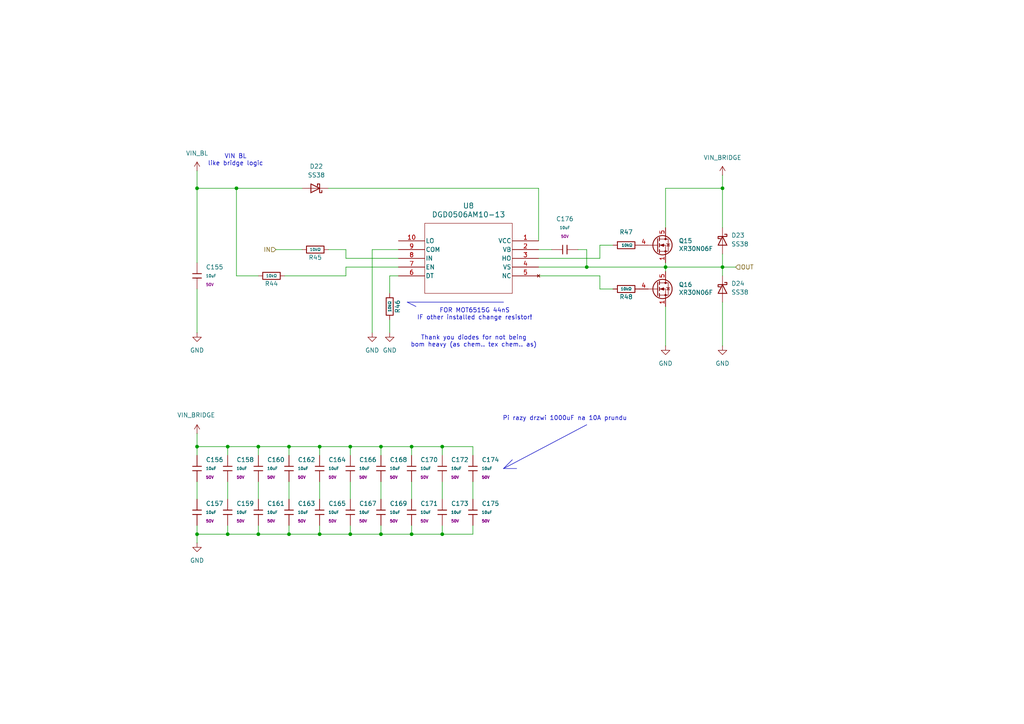
<source format=kicad_sch>
(kicad_sch (version 20250114) (generator "eeschema") (generator_version "9.0")
  (paper "A4")
  (text "VIN BL\nlike bridge logic" (at 68.326 46.482 0) (effects (font (size 1.27 1.27))))
  (text "Pi razy drzwi 1000uF na 10A prundu" (at 163.83 121.412 0) (effects (font (size 1.27 1.27))))
  (text "FOR MOT6515G 44nS\nIF other installed change resistor!\n" (at 137.668 91.186 0) (effects (font (size 1.27 1.27))))
  (text "Thank you diodes for not being\nbom heavy (as chem.. tex chem.. as)" (at 137.414 99.06 0) (effects (font (size 1.27 1.27))))
  (junction (at 74.93 129.54))
  (junction (at 57.15 54.61))
  (junction (at 74.93 154.94))
  (junction (at 92.71 154.94))
  (junction (at 119.38 154.94))
  (junction (at 83.82 154.94))
  (junction (at 119.38 129.54))
  (junction (at 110.49 129.54))
  (junction (at 170.18 77.47))
  (junction (at 68.58 54.61))
  (junction (at 101.6 129.54))
  (junction (at 101.6 154.94))
  (junction (at 209.55 77.47))
  (junction (at 83.82 129.54))
  (junction (at 66.04 154.94))
  (junction (at 57.15 154.94))
  (junction (at 92.71 129.54))
  (junction (at 66.04 129.54))
  (junction (at 128.27 154.94))
  (junction (at 193.04 77.47))
  (junction (at 128.27 129.54))
  (junction (at 110.49 154.94))
  (junction (at 209.55 54.61))
  (junction (at 57.15 129.54))
  (wire (pts (xy 101.6 139.7) (xy 101.6 144.78)))
  (wire (pts (xy 74.93 129.54) (xy 83.82 129.54)))
  (wire (pts (xy 209.55 66.04) (xy 209.55 54.61)))
  (polyline (pts (xy 146.05 135.89) (xy 148.59 133.35)))
  (wire (pts (xy 128.27 129.54) (xy 128.27 132.08)))
  (wire (pts (xy 57.15 154.94) (xy 66.04 154.94)))
  (wire (pts (xy 101.6 154.94) (xy 110.49 154.94)))
  (wire (pts (xy 110.49 129.54) (xy 110.49 132.08)))
  (wire (pts (xy 68.58 80.01) (xy 74.93 80.01)))
  (wire (pts (xy 66.04 154.94) (xy 66.04 152.4)))
  (wire (pts (xy 137.16 139.7) (xy 137.16 144.78)))
  (wire (pts (xy 193.04 88.9) (xy 193.04 100.33)))
  (wire (pts (xy 101.6 129.54) (xy 101.6 132.08)))
  (wire (pts (xy 119.38 129.54) (xy 128.27 129.54)))
  (wire (pts (xy 66.04 129.54) (xy 74.93 129.54)))
  (wire (pts (xy 193.04 76.2) (xy 193.04 77.47)))
  (polyline (pts (xy 146.05 135.89) (xy 149.86 135.89)))
  (wire (pts (xy 92.71 154.94) (xy 92.71 152.4)))
  (wire (pts (xy 115.57 72.39) (xy 107.95 72.39)))
  (polyline (pts (xy 170.18 123.19) (xy 146.05 135.89)))
  (wire (pts (xy 57.15 154.94) (xy 57.15 157.48)))
  (wire (pts (xy 57.15 49.53) (xy 57.15 54.61)))
  (wire (pts (xy 68.58 54.61) (xy 68.58 80.01)))
  (wire (pts (xy 57.15 154.94) (xy 57.15 152.4)))
  (wire (pts (xy 173.99 71.12) (xy 177.8 71.12)))
  (wire (pts (xy 119.38 129.54) (xy 119.38 132.08)))
  (wire (pts (xy 107.95 72.39) (xy 107.95 96.52)))
  (wire (pts (xy 110.49 129.54) (xy 119.38 129.54)))
  (wire (pts (xy 137.16 129.54) (xy 137.16 132.08)))
  (wire (pts (xy 173.99 74.93) (xy 173.99 71.12)))
  (wire (pts (xy 66.04 129.54) (xy 66.04 132.08)))
  (wire (pts (xy 113.03 80.01) (xy 113.03 85.09)))
  (wire (pts (xy 209.55 87.63) (xy 209.55 100.33)))
  (wire (pts (xy 119.38 154.94) (xy 128.27 154.94)))
  (wire (pts (xy 100.33 80.01) (xy 100.33 77.47)))
  (wire (pts (xy 156.21 54.61) (xy 95.25 54.61)))
  (wire (pts (xy 87.63 54.61) (xy 68.58 54.61)))
  (wire (pts (xy 66.04 139.7) (xy 66.04 144.78)))
  (wire (pts (xy 57.15 54.61) (xy 68.58 54.61)))
  (wire (pts (xy 57.15 139.7) (xy 57.15 144.78)))
  (wire (pts (xy 66.04 154.94) (xy 74.93 154.94)))
  (wire (pts (xy 83.82 129.54) (xy 92.71 129.54)))
  (wire (pts (xy 100.33 77.47) (xy 115.57 77.47)))
  (wire (pts (xy 137.16 154.94) (xy 137.16 152.4)))
  (wire (pts (xy 92.71 154.94) (xy 101.6 154.94)))
  (wire (pts (xy 193.04 54.61) (xy 209.55 54.61)))
  (wire (pts (xy 92.71 139.7) (xy 92.71 144.78)))
  (polyline (pts (xy 118.11 87.63) (xy 120.65 88.9)))
  (wire (pts (xy 95.25 72.39) (xy 100.33 72.39)))
  (wire (pts (xy 110.49 139.7) (xy 110.49 144.78)))
  (wire (pts (xy 80.01 72.39) (xy 87.63 72.39)))
  (wire (pts (xy 119.38 154.94) (xy 119.38 152.4)))
  (wire (pts (xy 193.04 54.61) (xy 193.04 66.04)))
  (wire (pts (xy 156.21 77.47) (xy 170.18 77.47)))
  (wire (pts (xy 74.93 154.94) (xy 74.93 152.4)))
  (wire (pts (xy 128.27 154.94) (xy 128.27 152.4)))
  (wire (pts (xy 128.27 139.7) (xy 128.27 144.78)))
  (wire (pts (xy 83.82 129.54) (xy 83.82 132.08)))
  (wire (pts (xy 100.33 72.39) (xy 100.33 74.93)))
  (wire (pts (xy 100.33 74.93) (xy 115.57 74.93)))
  (wire (pts (xy 209.55 77.47) (xy 213.36 77.47)))
  (wire (pts (xy 57.15 129.54) (xy 66.04 129.54)))
  (wire (pts (xy 156.21 69.85) (xy 156.21 54.61)))
  (wire (pts (xy 92.71 129.54) (xy 101.6 129.54)))
  (wire (pts (xy 156.21 74.93) (xy 173.99 74.93)))
  (wire (pts (xy 83.82 139.7) (xy 83.82 144.78)))
  (wire (pts (xy 83.82 154.94) (xy 92.71 154.94)))
  (wire (pts (xy 113.03 92.71) (xy 113.03 96.52)))
  (wire (pts (xy 173.99 80.01) (xy 173.99 83.82)))
  (wire (pts (xy 170.18 72.39) (xy 170.18 77.47)))
  (wire (pts (xy 74.93 139.7) (xy 74.93 144.78)))
  (wire (pts (xy 173.99 83.82) (xy 177.8 83.82)))
  (wire (pts (xy 57.15 129.54) (xy 57.15 132.08)))
  (polyline (pts (xy 146.05 87.63) (xy 118.11 87.63)))
  (wire (pts (xy 209.55 77.47) (xy 209.55 80.01)))
  (wire (pts (xy 101.6 129.54) (xy 110.49 129.54)))
  (wire (pts (xy 209.55 50.8) (xy 209.55 54.61)))
  (wire (pts (xy 74.93 154.94) (xy 83.82 154.94)))
  (wire (pts (xy 101.6 154.94) (xy 101.6 152.4)))
  (wire (pts (xy 193.04 77.47) (xy 209.55 77.47)))
  (wire (pts (xy 110.49 154.94) (xy 110.49 152.4)))
  (wire (pts (xy 128.27 129.54) (xy 137.16 129.54)))
  (wire (pts (xy 156.21 72.39) (xy 160.02 72.39)))
  (wire (pts (xy 193.04 77.47) (xy 193.04 78.74)))
  (wire (pts (xy 92.71 129.54) (xy 92.71 132.08)))
  (wire (pts (xy 167.64 72.39) (xy 170.18 72.39)))
  (wire (pts (xy 57.15 125.73) (xy 57.15 129.54)))
  (wire (pts (xy 82.55 80.01) (xy 100.33 80.01)))
  (wire (pts (xy 57.15 54.61) (xy 57.15 76.2)))
  (wire (pts (xy 156.21 80.01) (xy 173.99 80.01)))
  (wire (pts (xy 170.18 77.47) (xy 193.04 77.47)))
  (wire (pts (xy 83.82 154.94) (xy 83.82 152.4)))
  (wire (pts (xy 209.55 73.66) (xy 209.55 77.47)))
  (wire (pts (xy 74.93 129.54) (xy 74.93 132.08)))
  (wire (pts (xy 128.27 154.94) (xy 137.16 154.94)))
  (wire (pts (xy 115.57 80.01) (xy 113.03 80.01)))
  (wire (pts (xy 110.49 154.94) (xy 119.38 154.94)))
  (wire (pts (xy 119.38 139.7) (xy 119.38 144.78)))
  (wire (pts (xy 57.15 96.52) (xy 57.15 83.82)))
  (hierarchical_label "OUT" (shape input) (at 213.36 77.47 0))
  (hierarchical_label "IN" (shape input) (at 80.01 72.39 180))
  (symbol (lib_id "Diode:SS38") (at 209.55 83.82 270) (unit 1)
    (property "Reference" "D3" (at 212.09 82.2324 90) (effects (justify left)))
    (property "Value" "SS38" (at 212.09 84.7724 90) (effects (justify left)))
    (property "Footprint" "Diode_SMD:D_SMA" (effects (hide yes)))
    (property "Datasheet" "https://www.microdiode.com/uploadfiles//PDF/SS32-THRU-SS3200-SMA.pdf" (effects (hide yes)))
    (property "Description" "80V 3A Schottky Diode, SMA" (effects (hide yes)))
    (instances (project "ModuCard-GPIO-AUX" (path "" (reference "D24") (unit 1)) (path "" (reference "D21") (unit 1)) (path "" (reference "D12") (unit 1)) (path "" (reference "D9") (unit 1)) (path "" (reference "D30") (unit 1)) (path "" (reference "D27") (unit 1)) (path "" (reference "D18") (unit 1)) (path "" (reference "D15") (unit 1)) (path "" (reference "D3") (unit 1)) (path "" (reference "D6") (unit 1))))
  )
  (symbol (lib_id "power:GND") (at 193.04 100.33 0) (unit 1)
    (property "Reference" "#PWR09" (effects (hide yes)))
    (property "Value" "GND" (at 193.04 105.41 0))
    (property "Description" "Power symbol creates a global label with name \"GND\" , ground" (effects (hide yes)))
    (instances (project "ModuCard-GPIO-AUX" (path "" (reference "#PWR078") (unit 1)) (path "" (reference "#PWR069") (unit 1)) (path "" (reference "#PWR038") (unit 1)) (path "" (reference "#PWR029") (unit 1)) (path "" (reference "#PWR098") (unit 1)) (path "" (reference "#PWR089") (unit 1)) (path "" (reference "#PWR058") (unit 1)) (path "" (reference "#PWR049") (unit 1)) (path "" (reference "#PWR09") (unit 1)) (path "" (reference "#PWR018") (unit 1))))
  )
  (symbol (lib_id "PCM_JLCPCB-Capacitors:0805,10uF,(2)") (at 66.04 148.59 0) (unit 1)
    (property "Reference" "C5" (at 68.58 146.0499 0) (effects (justify left)))
    (property "Value" "10uF" (at 68.58 148.59 0) (effects (font (size 0.8 0.8)) (justify left)))
    (property "Footprint" "PCM_JLCPCB:C_0805" (effects (hide yes)))
    (property "Datasheet" "https://www.lcsc.com/datasheet/lcsc_datasheet_2411041759_Murata-Electronics-GRM21BR61H106KE43L_C440198.pdf" (effects (hide yes)))
    (property "Description" "50V 10uF X5R ±10% 0805 Multilayer Ceramic Capacitors MLCC - SMD/SMT ROHS" (effects (hide yes)))
    (property "LCSC" "C440198" (effects (hide yes)))
    (property "Stock" "1039032" (effects (hide yes)))
    (property "Price" "0.069USD" (effects (hide yes)))
    (property "Process" "SMT" (effects (hide yes)))
    (property "Minimum Qty" "5" (effects (hide yes)))
    (property "Attrition Qty" "4" (effects (hide yes)))
    (property "Class" "Basic Component" (effects (hide yes)))
    (property "Category" "Capacitors,Multilayer Ceramic Capacitors MLCC - SMD/SMT" (effects (hide yes)))
    (property "Manufacturer" "Murata Electronics" (effects (hide yes)))
    (property "Part" "GRM21BR61H106KE43L" (effects (hide yes)))
    (property "Voltage Rated" "50V" (at 68.58 151.13 0) (effects (font (size 0.8 0.8)) (justify left)))
    (property "Tolerance" "±10%" (effects (hide yes)))
    (property "Capacitance" "10uF" (effects (hide yes)))
    (property "Temperature Coefficient" "X5R" (effects (hide yes)))
    (instances (project "ModuCard-GPIO-AUX" (path "" (reference "C159") (unit 1)) (path "" (reference "C137") (unit 1)) (path "" (reference "C71") (unit 1)) (path "" (reference "C49") (unit 1)) (path "" (reference "C203") (unit 1)) (path "" (reference "C181") (unit 1)) (path "" (reference "C115") (unit 1)) (path "" (reference "C93") (unit 1)) (path "" (reference "C5") (unit 1)) (path "" (reference "C27") (unit 1))))
  )
  (symbol (lib_id "PCM_JLCPCB-Capacitors:0805,10uF,(2)") (at 92.71 148.59 0) (unit 1)
    (property "Reference" "C11" (at 95.25 146.0499 0) (effects (justify left)))
    (property "Value" "10uF" (at 95.25 148.59 0) (effects (font (size 0.8 0.8)) (justify left)))
    (property "Footprint" "PCM_JLCPCB:C_0805" (effects (hide yes)))
    (property "Datasheet" "https://www.lcsc.com/datasheet/lcsc_datasheet_2411041759_Murata-Electronics-GRM21BR61H106KE43L_C440198.pdf" (effects (hide yes)))
    (property "Description" "50V 10uF X5R ±10% 0805 Multilayer Ceramic Capacitors MLCC - SMD/SMT ROHS" (effects (hide yes)))
    (property "LCSC" "C440198" (effects (hide yes)))
    (property "Stock" "1039032" (effects (hide yes)))
    (property "Price" "0.069USD" (effects (hide yes)))
    (property "Process" "SMT" (effects (hide yes)))
    (property "Minimum Qty" "5" (effects (hide yes)))
    (property "Attrition Qty" "4" (effects (hide yes)))
    (property "Class" "Basic Component" (effects (hide yes)))
    (property "Category" "Capacitors,Multilayer Ceramic Capacitors MLCC - SMD/SMT" (effects (hide yes)))
    (property "Manufacturer" "Murata Electronics" (effects (hide yes)))
    (property "Part" "GRM21BR61H106KE43L" (effects (hide yes)))
    (property "Voltage Rated" "50V" (at 95.25 151.13 0) (effects (font (size 0.8 0.8)) (justify left)))
    (property "Tolerance" "±10%" (effects (hide yes)))
    (property "Capacitance" "10uF" (effects (hide yes)))
    (property "Temperature Coefficient" "X5R" (effects (hide yes)))
    (instances (project "ModuCard-GPIO-AUX" (path "" (reference "C165") (unit 1)) (path "" (reference "C143") (unit 1)) (path "" (reference "C77") (unit 1)) (path "" (reference "C55") (unit 1)) (path "" (reference "C209") (unit 1)) (path "" (reference "C187") (unit 1)) (path "" (reference "C121") (unit 1)) (path "" (reference "C99") (unit 1)) (path "" (reference "C11") (unit 1)) (path "" (reference "C33") (unit 1))))
  )
  (symbol (lib_id "power:VCC") (at 57.15 49.53 0) (unit 1)
    (property "Reference" "#PWR03" (effects (hide yes)))
    (property "Value" "VIN_BL" (at 57.15 44.45 0))
    (property "Description" "Power symbol creates a global label with name \"VCC\"" (effects (hide yes)))
    (instances (project "ModuCard-GPIO-AUX" (path "" (reference "#PWR072") (unit 1)) (path "" (reference "#PWR063") (unit 1)) (path "" (reference "#PWR032") (unit 1)) (path "" (reference "#PWR023") (unit 1)) (path "" (reference "#PWR092") (unit 1)) (path "" (reference "#PWR083") (unit 1)) (path "" (reference "#PWR052") (unit 1)) (path "" (reference "#PWR043") (unit 1)) (path "" (reference "#PWR03") (unit 1)) (path "" (reference "#PWR012") (unit 1))))
  )
  (symbol (lib_id "PCM_JLCPCB-Capacitors:0805,10uF,(2)") (at 57.15 148.59 0) (unit 1)
    (property "Reference" "C3" (at 59.69 146.0499 0) (effects (justify left)))
    (property "Value" "10uF" (at 59.69 148.59 0) (effects (font (size 0.8 0.8)) (justify left)))
    (property "Footprint" "PCM_JLCPCB:C_0805" (effects (hide yes)))
    (property "Datasheet" "https://www.lcsc.com/datasheet/lcsc_datasheet_2411041759_Murata-Electronics-GRM21BR61H106KE43L_C440198.pdf" (effects (hide yes)))
    (property "Description" "50V 10uF X5R ±10% 0805 Multilayer Ceramic Capacitors MLCC - SMD/SMT ROHS" (effects (hide yes)))
    (property "LCSC" "C440198" (effects (hide yes)))
    (property "Stock" "1039032" (effects (hide yes)))
    (property "Price" "0.069USD" (effects (hide yes)))
    (property "Process" "SMT" (effects (hide yes)))
    (property "Minimum Qty" "5" (effects (hide yes)))
    (property "Attrition Qty" "4" (effects (hide yes)))
    (property "Class" "Basic Component" (effects (hide yes)))
    (property "Category" "Capacitors,Multilayer Ceramic Capacitors MLCC - SMD/SMT" (effects (hide yes)))
    (property "Manufacturer" "Murata Electronics" (effects (hide yes)))
    (property "Part" "GRM21BR61H106KE43L" (effects (hide yes)))
    (property "Voltage Rated" "50V" (at 59.69 151.13 0) (effects (font (size 0.8 0.8)) (justify left)))
    (property "Tolerance" "±10%" (effects (hide yes)))
    (property "Capacitance" "10uF" (effects (hide yes)))
    (property "Temperature Coefficient" "X5R" (effects (hide yes)))
    (instances (project "ModuCard-GPIO-AUX" (path "" (reference "C157") (unit 1)) (path "" (reference "C135") (unit 1)) (path "" (reference "C69") (unit 1)) (path "" (reference "C47") (unit 1)) (path "" (reference "C201") (unit 1)) (path "" (reference "C179") (unit 1)) (path "" (reference "C113") (unit 1)) (path "" (reference "C91") (unit 1)) (path "" (reference "C3") (unit 1)) (path "" (reference "C25") (unit 1))))
  )
  (symbol (lib_id "power:GND") (at 113.03 96.52 0) (unit 1)
    (property "Reference" "#PWR08" (effects (hide yes)))
    (property "Value" "GND" (at 113.03 101.6 0))
    (property "Description" "Power symbol creates a global label with name \"GND\" , ground" (effects (hide yes)))
    (instances (project "ModuCard-GPIO-AUX" (path "" (reference "#PWR077") (unit 1)) (path "" (reference "#PWR068") (unit 1)) (path "" (reference "#PWR037") (unit 1)) (path "" (reference "#PWR028") (unit 1)) (path "" (reference "#PWR097") (unit 1)) (path "" (reference "#PWR088") (unit 1)) (path "" (reference "#PWR057") (unit 1)) (path "" (reference "#PWR048") (unit 1)) (path "" (reference "#PWR08") (unit 1)) (path "" (reference "#PWR017") (unit 1))))
  )
  (symbol (lib_id "PCM_JLCPCB-Capacitors:0805,10uF,(2)") (at 57.15 135.89 0) (unit 1)
    (property "Reference" "C2" (at 59.69 133.3499 0) (effects (justify left)))
    (property "Value" "10uF" (at 59.69 135.89 0) (effects (font (size 0.8 0.8)) (justify left)))
    (property "Footprint" "PCM_JLCPCB:C_0805" (effects (hide yes)))
    (property "Datasheet" "https://www.lcsc.com/datasheet/lcsc_datasheet_2411041759_Murata-Electronics-GRM21BR61H106KE43L_C440198.pdf" (effects (hide yes)))
    (property "Description" "50V 10uF X5R ±10% 0805 Multilayer Ceramic Capacitors MLCC - SMD/SMT ROHS" (effects (hide yes)))
    (property "LCSC" "C440198" (effects (hide yes)))
    (property "Stock" "1039032" (effects (hide yes)))
    (property "Price" "0.069USD" (effects (hide yes)))
    (property "Process" "SMT" (effects (hide yes)))
    (property "Minimum Qty" "5" (effects (hide yes)))
    (property "Attrition Qty" "4" (effects (hide yes)))
    (property "Class" "Basic Component" (effects (hide yes)))
    (property "Category" "Capacitors,Multilayer Ceramic Capacitors MLCC - SMD/SMT" (effects (hide yes)))
    (property "Manufacturer" "Murata Electronics" (effects (hide yes)))
    (property "Part" "GRM21BR61H106KE43L" (effects (hide yes)))
    (property "Voltage Rated" "50V" (at 59.69 138.43 0) (effects (font (size 0.8 0.8)) (justify left)))
    (property "Tolerance" "±10%" (effects (hide yes)))
    (property "Capacitance" "10uF" (effects (hide yes)))
    (property "Temperature Coefficient" "X5R" (effects (hide yes)))
    (instances (project "" (path "" (reference "C156") (unit 1)) (path "" (reference "C134") (unit 1)) (path "" (reference "C68") (unit 1)) (path "" (reference "C46") (unit 1)) (path "" (reference "C200") (unit 1)) (path "" (reference "C178") (unit 1)) (path "" (reference "C112") (unit 1)) (path "" (reference "C90") (unit 1)) (path "" (reference "C2") (unit 1)) (path "" (reference "C24") (unit 1))))
  )
  (symbol (lib_id "PCM_JLCPCB-Capacitors:0805,10uF,(2)") (at 137.16 135.89 0) (unit 1)
    (property "Reference" "C20" (at 139.7 133.3499 0) (effects (justify left)))
    (property "Value" "10uF" (at 139.7 135.89 0) (effects (font (size 0.8 0.8)) (justify left)))
    (property "Footprint" "PCM_JLCPCB:C_0805" (effects (hide yes)))
    (property "Datasheet" "https://www.lcsc.com/datasheet/lcsc_datasheet_2411041759_Murata-Electronics-GRM21BR61H106KE43L_C440198.pdf" (effects (hide yes)))
    (property "Description" "50V 10uF X5R ±10% 0805 Multilayer Ceramic Capacitors MLCC - SMD/SMT ROHS" (effects (hide yes)))
    (property "LCSC" "C440198" (effects (hide yes)))
    (property "Stock" "1039032" (effects (hide yes)))
    (property "Price" "0.069USD" (effects (hide yes)))
    (property "Process" "SMT" (effects (hide yes)))
    (property "Minimum Qty" "5" (effects (hide yes)))
    (property "Attrition Qty" "4" (effects (hide yes)))
    (property "Class" "Basic Component" (effects (hide yes)))
    (property "Category" "Capacitors,Multilayer Ceramic Capacitors MLCC - SMD/SMT" (effects (hide yes)))
    (property "Manufacturer" "Murata Electronics" (effects (hide yes)))
    (property "Part" "GRM21BR61H106KE43L" (effects (hide yes)))
    (property "Voltage Rated" "50V" (at 139.7 138.43 0) (effects (font (size 0.8 0.8)) (justify left)))
    (property "Tolerance" "±10%" (effects (hide yes)))
    (property "Capacitance" "10uF" (effects (hide yes)))
    (property "Temperature Coefficient" "X5R" (effects (hide yes)))
    (instances (project "ModuCard-GPIO-AUX" (path "" (reference "C174") (unit 1)) (path "" (reference "C152") (unit 1)) (path "" (reference "C86") (unit 1)) (path "" (reference "C64") (unit 1)) (path "" (reference "C218") (unit 1)) (path "" (reference "C196") (unit 1)) (path "" (reference "C130") (unit 1)) (path "" (reference "C108") (unit 1)) (path "" (reference "C20") (unit 1)) (path "" (reference "C42") (unit 1))))
  )
  (symbol (lib_id "PCM_JLCPCB-Capacitors:0805,10uF,(2)") (at 163.83 72.39 90) (unit 1)
    (property "Reference" "C22" (at 163.83 63.5 90))
    (property "Value" "10uF" (at 163.83 66.04 90) (effects (font (size 0.8 0.8))))
    (property "Footprint" "PCM_JLCPCB:C_0805" (effects (hide yes)))
    (property "Datasheet" "https://www.lcsc.com/datasheet/lcsc_datasheet_2411041759_Murata-Electronics-GRM21BR61H106KE43L_C440198.pdf" (effects (hide yes)))
    (property "Description" "50V 10uF X5R ±10% 0805 Multilayer Ceramic Capacitors MLCC - SMD/SMT ROHS" (effects (hide yes)))
    (property "LCSC" "C440198" (effects (hide yes)))
    (property "Stock" "1039032" (effects (hide yes)))
    (property "Price" "0.069USD" (effects (hide yes)))
    (property "Process" "SMT" (effects (hide yes)))
    (property "Minimum Qty" "5" (effects (hide yes)))
    (property "Attrition Qty" "4" (effects (hide yes)))
    (property "Class" "Basic Component" (effects (hide yes)))
    (property "Category" "Capacitors,Multilayer Ceramic Capacitors MLCC - SMD/SMT" (effects (hide yes)))
    (property "Manufacturer" "Murata Electronics" (effects (hide yes)))
    (property "Part" "GRM21BR61H106KE43L" (effects (hide yes)))
    (property "Voltage Rated" "50V" (at 163.83 68.58 90) (effects (font (size 0.8 0.8))))
    (property "Tolerance" "±10%" (effects (hide yes)))
    (property "Capacitance" "10uF" (effects (hide yes)))
    (property "Temperature Coefficient" "X5R" (effects (hide yes)))
    (instances (project "ModuCard-GPIO-AUX" (path "" (reference "C176") (unit 1)) (path "" (reference "C154") (unit 1)) (path "" (reference "C88") (unit 1)) (path "" (reference "C66") (unit 1)) (path "" (reference "C220") (unit 1)) (path "" (reference "C198") (unit 1)) (path "" (reference "C132") (unit 1)) (path "" (reference "C110") (unit 1)) (path "" (reference "C22") (unit 1)) (path "" (reference "C44") (unit 1))))
  )
  (symbol (lib_id "PCM_JLCPCB-Resistors:0402,10kΩ") (at 113.03 88.9 180) (unit 1)
    (property "Reference" "R5" (at 115.316 88.9 90))
    (property "Value" "10kΩ" (at 113.03 88.9 90) (effects (font (size 0.8 0.8))))
    (property "Footprint" "PCM_JLCPCB:R_0402" (effects (hide yes)))
    (property "Datasheet" "https://www.lcsc.com/datasheet/lcsc_datasheet_2411221126_UNI-ROYAL-Uniroyal-Elec-0402WGF1002TCE_C25744.pdf" (effects (hide yes)))
    (property "Description" "62.5mW Thick Film Resistors 50V ±100ppm/°C ±1% 10kΩ 0402 Chip Resistor - Surface Mount ROHS" (effects (hide yes)))
    (property "LCSC" "C25744" (effects (hide yes)))
    (property "Stock" "6144808" (effects (hide yes)))
    (property "Price" "0.004USD" (effects (hide yes)))
    (property "Process" "SMT" (effects (hide yes)))
    (property "Minimum Qty" "5" (effects (hide yes)))
    (property "Attrition Qty" "10" (effects (hide yes)))
    (property "Class" "Basic Component" (effects (hide yes)))
    (property "Category" "Resistors,Chip Resistor - Surface Mount" (effects (hide yes)))
    (property "Manufacturer" "UNI-ROYAL(Uniroyal Elec)" (effects (hide yes)))
    (property "Part" "0402WGF1002TCE" (effects (hide yes)))
    (property "Resistance" "10kΩ" (effects (hide yes)))
    (property "Power(Watts)" "62.5mW" (effects (hide yes)))
    (property "Type" "Thick Film Resistors" (effects (hide yes)))
    (property "Overload Voltage (Max)" "50V" (effects (hide yes)))
    (property "Operating Temperature Range" "-55°C~+155°C" (effects (hide yes)))
    (property "Tolerance" "±1%" (effects (hide yes)))
    (property "Temperature Coefficient" "±100ppm/°C" (effects (hide yes)))
    (instances (project "ModuCard-GPIO-AUX" (path "" (reference "R46") (unit 1)) (path "" (reference "R41") (unit 1)) (path "" (reference "R22") (unit 1)) (path "" (reference "R17") (unit 1)) (path "" (reference "R58") (unit 1)) (path "" (reference "R53") (unit 1)) (path "" (reference "R34") (unit 1)) (path "" (reference "R29") (unit 1)) (path "" (reference "R5") (unit 1)) (path "" (reference "R10") (unit 1))))
  )
  (symbol (lib_id "PCM_JLCPCB-Capacitors:0805,10uF,(2)") (at 110.49 148.59 0) (unit 1)
    (property "Reference" "C15" (at 113.03 146.0499 0) (effects (justify left)))
    (property "Value" "10uF" (at 113.03 148.59 0) (effects (font (size 0.8 0.8)) (justify left)))
    (property "Footprint" "PCM_JLCPCB:C_0805" (effects (hide yes)))
    (property "Datasheet" "https://www.lcsc.com/datasheet/lcsc_datasheet_2411041759_Murata-Electronics-GRM21BR61H106KE43L_C440198.pdf" (effects (hide yes)))
    (property "Description" "50V 10uF X5R ±10% 0805 Multilayer Ceramic Capacitors MLCC - SMD/SMT ROHS" (effects (hide yes)))
    (property "LCSC" "C440198" (effects (hide yes)))
    (property "Stock" "1039032" (effects (hide yes)))
    (property "Price" "0.069USD" (effects (hide yes)))
    (property "Process" "SMT" (effects (hide yes)))
    (property "Minimum Qty" "5" (effects (hide yes)))
    (property "Attrition Qty" "4" (effects (hide yes)))
    (property "Class" "Basic Component" (effects (hide yes)))
    (property "Category" "Capacitors,Multilayer Ceramic Capacitors MLCC - SMD/SMT" (effects (hide yes)))
    (property "Manufacturer" "Murata Electronics" (effects (hide yes)))
    (property "Part" "GRM21BR61H106KE43L" (effects (hide yes)))
    (property "Voltage Rated" "50V" (at 113.03 151.13 0) (effects (font (size 0.8 0.8)) (justify left)))
    (property "Tolerance" "±10%" (effects (hide yes)))
    (property "Capacitance" "10uF" (effects (hide yes)))
    (property "Temperature Coefficient" "X5R" (effects (hide yes)))
    (instances (project "ModuCard-GPIO-AUX" (path "" (reference "C169") (unit 1)) (path "" (reference "C147") (unit 1)) (path "" (reference "C81") (unit 1)) (path "" (reference "C59") (unit 1)) (path "" (reference "C213") (unit 1)) (path "" (reference "C191") (unit 1)) (path "" (reference "C125") (unit 1)) (path "" (reference "C103") (unit 1)) (path "" (reference "C15") (unit 1)) (path "" (reference "C37") (unit 1))))
  )
  (symbol (lib_id "power:GND") (at 57.15 96.52 0) (unit 1)
    (property "Reference" "#PWR04" (effects (hide yes)))
    (property "Value" "GND" (at 57.15 101.6 0))
    (property "Description" "Power symbol creates a global label with name \"GND\" , ground" (effects (hide yes)))
    (instances (project "ModuCard-GPIO-AUX" (path "" (reference "#PWR073") (unit 1)) (path "" (reference "#PWR064") (unit 1)) (path "" (reference "#PWR033") (unit 1)) (path "" (reference "#PWR024") (unit 1)) (path "" (reference "#PWR093") (unit 1)) (path "" (reference "#PWR084") (unit 1)) (path "" (reference "#PWR053") (unit 1)) (path "" (reference "#PWR044") (unit 1)) (path "" (reference "#PWR04") (unit 1)) (path "" (reference "#PWR013") (unit 1))))
  )
  (symbol (lib_id "Diode:SS38") (at 209.55 69.85 270) (unit 1)
    (property "Reference" "D2" (at 212.09 68.2624 90) (effects (justify left)))
    (property "Value" "SS38" (at 212.09 70.8024 90) (effects (justify left)))
    (property "Footprint" "Diode_SMD:D_SMA" (effects (hide yes)))
    (property "Datasheet" "https://www.microdiode.com/uploadfiles//PDF/SS32-THRU-SS3200-SMA.pdf" (effects (hide yes)))
    (property "Description" "80V 3A Schottky Diode, SMA" (effects (hide yes)))
    (instances (project "ModuCard-GPIO-AUX" (path "" (reference "D23") (unit 1)) (path "" (reference "D20") (unit 1)) (path "" (reference "D11") (unit 1)) (path "" (reference "D8") (unit 1)) (path "" (reference "D29") (unit 1)) (path "" (reference "D26") (unit 1)) (path "" (reference "D17") (unit 1)) (path "" (reference "D14") (unit 1)) (path "" (reference "D2") (unit 1)) (path "" (reference "D5") (unit 1))))
  )
  (symbol (lib_id "Diode:SS38") (at 91.44 54.61 180) (unit 1)
    (property "Reference" "D1" (at 91.7575 48.26 0))
    (property "Value" "SS38" (at 91.7575 50.8 0))
    (property "Footprint" "Diode_SMD:D_SMA" (effects (hide yes)))
    (property "Datasheet" "https://www.microdiode.com/uploadfiles//PDF/SS32-THRU-SS3200-SMA.pdf" (effects (hide yes)))
    (property "Description" "80V 3A Schottky Diode, SMA" (effects (hide yes)))
    (instances (project "ModuCard-GPIO-AUX" (path "" (reference "D22") (unit 1)) (path "" (reference "D19") (unit 1)) (path "" (reference "D10") (unit 1)) (path "" (reference "D7") (unit 1)) (path "" (reference "D28") (unit 1)) (path "" (reference "D25") (unit 1)) (path "" (reference "D16") (unit 1)) (path "" (reference "D13") (unit 1)) (path "" (reference "D1") (unit 1)) (path "" (reference "D4") (unit 1))))
  )
  (symbol (lib_id "PCM_JLCPCB-Capacitors:0805,10uF,(2)") (at 101.6 148.59 0) (unit 1)
    (property "Reference" "C13" (at 104.14 146.0499 0) (effects (justify left)))
    (property "Value" "10uF" (at 104.14 148.59 0) (effects (font (size 0.8 0.8)) (justify left)))
    (property "Footprint" "PCM_JLCPCB:C_0805" (effects (hide yes)))
    (property "Datasheet" "https://www.lcsc.com/datasheet/lcsc_datasheet_2411041759_Murata-Electronics-GRM21BR61H106KE43L_C440198.pdf" (effects (hide yes)))
    (property "Description" "50V 10uF X5R ±10% 0805 Multilayer Ceramic Capacitors MLCC - SMD/SMT ROHS" (effects (hide yes)))
    (property "LCSC" "C440198" (effects (hide yes)))
    (property "Stock" "1039032" (effects (hide yes)))
    (property "Price" "0.069USD" (effects (hide yes)))
    (property "Process" "SMT" (effects (hide yes)))
    (property "Minimum Qty" "5" (effects (hide yes)))
    (property "Attrition Qty" "4" (effects (hide yes)))
    (property "Class" "Basic Component" (effects (hide yes)))
    (property "Category" "Capacitors,Multilayer Ceramic Capacitors MLCC - SMD/SMT" (effects (hide yes)))
    (property "Manufacturer" "Murata Electronics" (effects (hide yes)))
    (property "Part" "GRM21BR61H106KE43L" (effects (hide yes)))
    (property "Voltage Rated" "50V" (at 104.14 151.13 0) (effects (font (size 0.8 0.8)) (justify left)))
    (property "Tolerance" "±10%" (effects (hide yes)))
    (property "Capacitance" "10uF" (effects (hide yes)))
    (property "Temperature Coefficient" "X5R" (effects (hide yes)))
    (instances (project "ModuCard-GPIO-AUX" (path "" (reference "C167") (unit 1)) (path "" (reference "C145") (unit 1)) (path "" (reference "C79") (unit 1)) (path "" (reference "C57") (unit 1)) (path "" (reference "C211") (unit 1)) (path "" (reference "C189") (unit 1)) (path "" (reference "C123") (unit 1)) (path "" (reference "C101") (unit 1)) (path "" (reference "C13") (unit 1)) (path "" (reference "C35") (unit 1))))
  )
  (symbol (lib_id "PCM_JLCPCB-Capacitors:0805,10uF,(2)") (at 128.27 135.89 0) (unit 1)
    (property "Reference" "C18" (at 130.81 133.3499 0) (effects (justify left)))
    (property "Value" "10uF" (at 130.81 135.89 0) (effects (font (size 0.8 0.8)) (justify left)))
    (property "Footprint" "PCM_JLCPCB:C_0805" (effects (hide yes)))
    (property "Datasheet" "https://www.lcsc.com/datasheet/lcsc_datasheet_2411041759_Murata-Electronics-GRM21BR61H106KE43L_C440198.pdf" (effects (hide yes)))
    (property "Description" "50V 10uF X5R ±10% 0805 Multilayer Ceramic Capacitors MLCC - SMD/SMT ROHS" (effects (hide yes)))
    (property "LCSC" "C440198" (effects (hide yes)))
    (property "Stock" "1039032" (effects (hide yes)))
    (property "Price" "0.069USD" (effects (hide yes)))
    (property "Process" "SMT" (effects (hide yes)))
    (property "Minimum Qty" "5" (effects (hide yes)))
    (property "Attrition Qty" "4" (effects (hide yes)))
    (property "Class" "Basic Component" (effects (hide yes)))
    (property "Category" "Capacitors,Multilayer Ceramic Capacitors MLCC - SMD/SMT" (effects (hide yes)))
    (property "Manufacturer" "Murata Electronics" (effects (hide yes)))
    (property "Part" "GRM21BR61H106KE43L" (effects (hide yes)))
    (property "Voltage Rated" "50V" (at 130.81 138.43 0) (effects (font (size 0.8 0.8)) (justify left)))
    (property "Tolerance" "±10%" (effects (hide yes)))
    (property "Capacitance" "10uF" (effects (hide yes)))
    (property "Temperature Coefficient" "X5R" (effects (hide yes)))
    (instances (project "ModuCard-GPIO-AUX" (path "" (reference "C172") (unit 1)) (path "" (reference "C150") (unit 1)) (path "" (reference "C84") (unit 1)) (path "" (reference "C62") (unit 1)) (path "" (reference "C216") (unit 1)) (path "" (reference "C194") (unit 1)) (path "" (reference "C128") (unit 1)) (path "" (reference "C106") (unit 1)) (path "" (reference "C18") (unit 1)) (path "" (reference "C40") (unit 1))))
  )
  (symbol (lib_id "power:GND") (at 107.95 96.52 0) (unit 1)
    (property "Reference" "#PWR07" (effects (hide yes)))
    (property "Value" "GND" (at 107.95 101.6 0))
    (property "Description" "Power symbol creates a global label with name \"GND\" , ground" (effects (hide yes)))
    (instances (project "ModuCard-GPIO-AUX" (path "" (reference "#PWR076") (unit 1)) (path "" (reference "#PWR067") (unit 1)) (path "" (reference "#PWR036") (unit 1)) (path "" (reference "#PWR027") (unit 1)) (path "" (reference "#PWR096") (unit 1)) (path "" (reference "#PWR087") (unit 1)) (path "" (reference "#PWR056") (unit 1)) (path "" (reference "#PWR047") (unit 1)) (path "" (reference "#PWR07") (unit 1)) (path "" (reference "#PWR016") (unit 1))))
  )
  (symbol (lib_id "Transistor_FET:FDMS86150ET100") (at 190.5 71.12 0) (unit 1)
    (property "Reference" "Q1" (at 196.85 69.8499 0) (effects (justify left)))
    (property "Value" "XR30N06F" (at 196.85 72.136 0) (effects (justify left)))
    (property "Footprint" "Package_TO_SOT_SMD:TDSON-8-1" (effects (hide yes)))
    (property "Datasheet" "https://www.mouser.fr/datasheet/2/308/FDMS86150ET100-D-1807744.pdf" (effects (hide yes)))
    (property "Description" "16A Id, 100V Vds, N-Channel PowerTrench MOSFET, 4.85mOhm Ron, 62nC Qgmax, -55 to 175 °C, 5x6mm SON8" (effects (hide yes)))
    (instances (project "ModuCard-GPIO-AUX" (path "" (reference "Q15") (unit 1)) (path "" (reference "Q13") (unit 1)) (path "" (reference "Q7") (unit 1)) (path "" (reference "Q5") (unit 1)) (path "" (reference "Q19") (unit 1)) (path "" (reference "Q17") (unit 1)) (path "" (reference "Q11") (unit 1)) (path "" (reference "Q9") (unit 1)) (path "" (reference "Q1") (unit 1)) (path "" (reference "Q3") (unit 1))))
  )
  (symbol (lib_id "PCM_JLCPCB-Capacitors:0805,10uF,(2)") (at 74.93 135.89 0) (unit 1)
    (property "Reference" "C6" (at 77.47 133.3499 0) (effects (justify left)))
    (property "Value" "10uF" (at 77.47 135.89 0) (effects (font (size 0.8 0.8)) (justify left)))
    (property "Footprint" "PCM_JLCPCB:C_0805" (effects (hide yes)))
    (property "Datasheet" "https://www.lcsc.com/datasheet/lcsc_datasheet_2411041759_Murata-Electronics-GRM21BR61H106KE43L_C440198.pdf" (effects (hide yes)))
    (property "Description" "50V 10uF X5R ±10% 0805 Multilayer Ceramic Capacitors MLCC - SMD/SMT ROHS" (effects (hide yes)))
    (property "LCSC" "C440198" (effects (hide yes)))
    (property "Stock" "1039032" (effects (hide yes)))
    (property "Price" "0.069USD" (effects (hide yes)))
    (property "Process" "SMT" (effects (hide yes)))
    (property "Minimum Qty" "5" (effects (hide yes)))
    (property "Attrition Qty" "4" (effects (hide yes)))
    (property "Class" "Basic Component" (effects (hide yes)))
    (property "Category" "Capacitors,Multilayer Ceramic Capacitors MLCC - SMD/SMT" (effects (hide yes)))
    (property "Manufacturer" "Murata Electronics" (effects (hide yes)))
    (property "Part" "GRM21BR61H106KE43L" (effects (hide yes)))
    (property "Voltage Rated" "50V" (at 77.47 138.43 0) (effects (font (size 0.8 0.8)) (justify left)))
    (property "Tolerance" "±10%" (effects (hide yes)))
    (property "Capacitance" "10uF" (effects (hide yes)))
    (property "Temperature Coefficient" "X5R" (effects (hide yes)))
    (instances (project "ModuCard-GPIO-AUX" (path "" (reference "C160") (unit 1)) (path "" (reference "C138") (unit 1)) (path "" (reference "C72") (unit 1)) (path "" (reference "C50") (unit 1)) (path "" (reference "C204") (unit 1)) (path "" (reference "C182") (unit 1)) (path "" (reference "C116") (unit 1)) (path "" (reference "C94") (unit 1)) (path "" (reference "C6") (unit 1)) (path "" (reference "C28") (unit 1))))
  )
  (symbol (lib_id "PCM_JLCPCB-Capacitors:0805,10uF,(2)") (at 101.6 135.89 0) (unit 1)
    (property "Reference" "C12" (at 104.14 133.3499 0) (effects (justify left)))
    (property "Value" "10uF" (at 104.14 135.89 0) (effects (font (size 0.8 0.8)) (justify left)))
    (property "Footprint" "PCM_JLCPCB:C_0805" (effects (hide yes)))
    (property "Datasheet" "https://www.lcsc.com/datasheet/lcsc_datasheet_2411041759_Murata-Electronics-GRM21BR61H106KE43L_C440198.pdf" (effects (hide yes)))
    (property "Description" "50V 10uF X5R ±10% 0805 Multilayer Ceramic Capacitors MLCC - SMD/SMT ROHS" (effects (hide yes)))
    (property "LCSC" "C440198" (effects (hide yes)))
    (property "Stock" "1039032" (effects (hide yes)))
    (property "Price" "0.069USD" (effects (hide yes)))
    (property "Process" "SMT" (effects (hide yes)))
    (property "Minimum Qty" "5" (effects (hide yes)))
    (property "Attrition Qty" "4" (effects (hide yes)))
    (property "Class" "Basic Component" (effects (hide yes)))
    (property "Category" "Capacitors,Multilayer Ceramic Capacitors MLCC - SMD/SMT" (effects (hide yes)))
    (property "Manufacturer" "Murata Electronics" (effects (hide yes)))
    (property "Part" "GRM21BR61H106KE43L" (effects (hide yes)))
    (property "Voltage Rated" "50V" (at 104.14 138.43 0) (effects (font (size 0.8 0.8)) (justify left)))
    (property "Tolerance" "±10%" (effects (hide yes)))
    (property "Capacitance" "10uF" (effects (hide yes)))
    (property "Temperature Coefficient" "X5R" (effects (hide yes)))
    (instances (project "ModuCard-GPIO-AUX" (path "" (reference "C166") (unit 1)) (path "" (reference "C144") (unit 1)) (path "" (reference "C78") (unit 1)) (path "" (reference "C56") (unit 1)) (path "" (reference "C210") (unit 1)) (path "" (reference "C188") (unit 1)) (path "" (reference "C122") (unit 1)) (path "" (reference "C100") (unit 1)) (path "" (reference "C12") (unit 1)) (path "" (reference "C34") (unit 1))))
  )
  (symbol (lib_id "PCM_JLCPCB-Capacitors:0805,10uF,(2)") (at 57.15 80.01 0) (unit 1)
    (property "Reference" "C1" (at 59.69 77.4699 0) (effects (justify left)))
    (property "Value" "10uF" (at 59.69 80.01 0) (effects (font (size 0.8 0.8)) (justify left)))
    (property "Footprint" "PCM_JLCPCB:C_0805" (effects (hide yes)))
    (property "Datasheet" "https://www.lcsc.com/datasheet/lcsc_datasheet_2411041759_Murata-Electronics-GRM21BR61H106KE43L_C440198.pdf" (effects (hide yes)))
    (property "Description" "50V 10uF X5R ±10% 0805 Multilayer Ceramic Capacitors MLCC - SMD/SMT ROHS" (effects (hide yes)))
    (property "LCSC" "C440198" (effects (hide yes)))
    (property "Stock" "1039032" (effects (hide yes)))
    (property "Price" "0.069USD" (effects (hide yes)))
    (property "Process" "SMT" (effects (hide yes)))
    (property "Minimum Qty" "5" (effects (hide yes)))
    (property "Attrition Qty" "4" (effects (hide yes)))
    (property "Class" "Basic Component" (effects (hide yes)))
    (property "Category" "Capacitors,Multilayer Ceramic Capacitors MLCC - SMD/SMT" (effects (hide yes)))
    (property "Manufacturer" "Murata Electronics" (effects (hide yes)))
    (property "Part" "GRM21BR61H106KE43L" (effects (hide yes)))
    (property "Voltage Rated" "50V" (at 59.69 82.55 0) (effects (font (size 0.8 0.8)) (justify left)))
    (property "Tolerance" "±10%" (effects (hide yes)))
    (property "Capacitance" "10uF" (effects (hide yes)))
    (property "Temperature Coefficient" "X5R" (effects (hide yes)))
    (instances (project "ModuCard-GPIO-AUX" (path "" (reference "C155") (unit 1)) (path "" (reference "C133") (unit 1)) (path "" (reference "C67") (unit 1)) (path "" (reference "C45") (unit 1)) (path "" (reference "C199") (unit 1)) (path "" (reference "C177") (unit 1)) (path "" (reference "C111") (unit 1)) (path "" (reference "C89") (unit 1)) (path "" (reference "C1") (unit 1)) (path "" (reference "C23") (unit 1))))
  )
  (symbol (lib_id "power:GND") (at 57.15 157.48 0) (unit 1)
    (property "Reference" "#PWR06" (effects (hide yes)))
    (property "Value" "GND" (at 57.15 162.56 0))
    (property "Description" "Power symbol creates a global label with name \"GND\" , ground" (effects (hide yes)))
    (instances (project "ModuCard-GPIO-AUX" (path "" (reference "#PWR075") (unit 1)) (path "" (reference "#PWR066") (unit 1)) (path "" (reference "#PWR035") (unit 1)) (path "" (reference "#PWR026") (unit 1)) (path "" (reference "#PWR095") (unit 1)) (path "" (reference "#PWR086") (unit 1)) (path "" (reference "#PWR055") (unit 1)) (path "" (reference "#PWR046") (unit 1)) (path "" (reference "#PWR06") (unit 1)) (path "" (reference "#PWR015") (unit 1))))
  )
  (symbol (lib_id "PCM_JLCPCB-Resistors:0402,10kΩ") (at 91.44 72.39 90) (unit 1)
    (property "Reference" "R4" (at 91.44 74.676 90))
    (property "Value" "10kΩ" (at 91.44 72.39 90) (effects (font (size 0.8 0.8))))
    (property "Footprint" "PCM_JLCPCB:R_0402" (effects (hide yes)))
    (property "Datasheet" "https://www.lcsc.com/datasheet/lcsc_datasheet_2411221126_UNI-ROYAL-Uniroyal-Elec-0402WGF1002TCE_C25744.pdf" (effects (hide yes)))
    (property "Description" "62.5mW Thick Film Resistors 50V ±100ppm/°C ±1% 10kΩ 0402 Chip Resistor - Surface Mount ROHS" (effects (hide yes)))
    (property "LCSC" "C25744" (effects (hide yes)))
    (property "Stock" "6144808" (effects (hide yes)))
    (property "Price" "0.004USD" (effects (hide yes)))
    (property "Process" "SMT" (effects (hide yes)))
    (property "Minimum Qty" "5" (effects (hide yes)))
    (property "Attrition Qty" "10" (effects (hide yes)))
    (property "Class" "Basic Component" (effects (hide yes)))
    (property "Category" "Resistors,Chip Resistor - Surface Mount" (effects (hide yes)))
    (property "Manufacturer" "UNI-ROYAL(Uniroyal Elec)" (effects (hide yes)))
    (property "Part" "0402WGF1002TCE" (effects (hide yes)))
    (property "Resistance" "10kΩ" (effects (hide yes)))
    (property "Power(Watts)" "62.5mW" (effects (hide yes)))
    (property "Type" "Thick Film Resistors" (effects (hide yes)))
    (property "Overload Voltage (Max)" "50V" (effects (hide yes)))
    (property "Operating Temperature Range" "-55°C~+155°C" (effects (hide yes)))
    (property "Tolerance" "±1%" (effects (hide yes)))
    (property "Temperature Coefficient" "±100ppm/°C" (effects (hide yes)))
    (instances (project "ModuCard-GPIO-AUX" (path "" (reference "R45") (unit 1)) (path "" (reference "R40") (unit 1)) (path "" (reference "R21") (unit 1)) (path "" (reference "R16") (unit 1)) (path "" (reference "R57") (unit 1)) (path "" (reference "R52") (unit 1)) (path "" (reference "R33") (unit 1)) (path "" (reference "R28") (unit 1)) (path "" (reference "R4") (unit 1)) (path "" (reference "R9") (unit 1))))
  )
  (symbol (lib_id "power:GND") (at 209.55 100.33 0) (unit 1)
    (property "Reference" "#PWR011" (effects (hide yes)))
    (property "Value" "GND" (at 209.55 105.41 0))
    (property "Description" "Power symbol creates a global label with name \"GND\" , ground" (effects (hide yes)))
    (instances (project "ModuCard-GPIO-AUX" (path "" (reference "#PWR080") (unit 1)) (path "" (reference "#PWR071") (unit 1)) (path "" (reference "#PWR040") (unit 1)) (path "" (reference "#PWR031") (unit 1)) (path "" (reference "#PWR0100") (unit 1)) (path "" (reference "#PWR091") (unit 1)) (path "" (reference "#PWR060") (unit 1)) (path "" (reference "#PWR051") (unit 1)) (path "" (reference "#PWR011") (unit 1)) (path "" (reference "#PWR020") (unit 1))))
  )
  (symbol (lib_id "Transistor_FET:FDMS86150ET100") (at 190.5 83.82 0) (unit 1)
    (property "Reference" "Q2" (at 196.85 82.5499 0) (effects (justify left)))
    (property "Value" "XR30N06F" (at 196.85 84.836 0) (effects (justify left)))
    (property "Footprint" "Package_TO_SOT_SMD:TDSON-8-1" (effects (hide yes)))
    (property "Datasheet" "https://www.mouser.fr/datasheet/2/308/FDMS86150ET100-D-1807744.pdf" (effects (hide yes)))
    (property "Description" "16A Id, 100V Vds, N-Channel PowerTrench MOSFET, 4.85mOhm Ron, 62nC Qgmax, -55 to 175 °C, 5x6mm SON8" (effects (hide yes)))
    (instances (project "" (path "" (reference "Q16") (unit 1)) (path "" (reference "Q14") (unit 1)) (path "" (reference "Q8") (unit 1)) (path "" (reference "Q6") (unit 1)) (path "" (reference "Q20") (unit 1)) (path "" (reference "Q18") (unit 1)) (path "" (reference "Q12") (unit 1)) (path "" (reference "Q10") (unit 1)) (path "" (reference "Q2") (unit 1)) (path "" (reference "Q4") (unit 1))))
  )
  (symbol (lib_id "PCM_JLCPCB-Capacitors:0805,10uF,(2)") (at 119.38 135.89 0) (unit 1)
    (property "Reference" "C16" (at 121.92 133.3499 0) (effects (justify left)))
    (property "Value" "10uF" (at 121.92 135.89 0) (effects (font (size 0.8 0.8)) (justify left)))
    (property "Footprint" "PCM_JLCPCB:C_0805" (effects (hide yes)))
    (property "Datasheet" "https://www.lcsc.com/datasheet/lcsc_datasheet_2411041759_Murata-Electronics-GRM21BR61H106KE43L_C440198.pdf" (effects (hide yes)))
    (property "Description" "50V 10uF X5R ±10% 0805 Multilayer Ceramic Capacitors MLCC - SMD/SMT ROHS" (effects (hide yes)))
    (property "LCSC" "C440198" (effects (hide yes)))
    (property "Stock" "1039032" (effects (hide yes)))
    (property "Price" "0.069USD" (effects (hide yes)))
    (property "Process" "SMT" (effects (hide yes)))
    (property "Minimum Qty" "5" (effects (hide yes)))
    (property "Attrition Qty" "4" (effects (hide yes)))
    (property "Class" "Basic Component" (effects (hide yes)))
    (property "Category" "Capacitors,Multilayer Ceramic Capacitors MLCC - SMD/SMT" (effects (hide yes)))
    (property "Manufacturer" "Murata Electronics" (effects (hide yes)))
    (property "Part" "GRM21BR61H106KE43L" (effects (hide yes)))
    (property "Voltage Rated" "50V" (at 121.92 138.43 0) (effects (font (size 0.8 0.8)) (justify left)))
    (property "Tolerance" "±10%" (effects (hide yes)))
    (property "Capacitance" "10uF" (effects (hide yes)))
    (property "Temperature Coefficient" "X5R" (effects (hide yes)))
    (instances (project "ModuCard-GPIO-AUX" (path "" (reference "C170") (unit 1)) (path "" (reference "C148") (unit 1)) (path "" (reference "C82") (unit 1)) (path "" (reference "C60") (unit 1)) (path "" (reference "C214") (unit 1)) (path "" (reference "C192") (unit 1)) (path "" (reference "C126") (unit 1)) (path "" (reference "C104") (unit 1)) (path "" (reference "C16") (unit 1)) (path "" (reference "C38") (unit 1))))
  )
  (symbol (lib_id "PCM_JLCPCB-Capacitors:0805,10uF,(2)") (at 66.04 135.89 0) (unit 1)
    (property "Reference" "C4" (at 68.58 133.3499 0) (effects (justify left)))
    (property "Value" "10uF" (at 68.58 135.89 0) (effects (font (size 0.8 0.8)) (justify left)))
    (property "Footprint" "PCM_JLCPCB:C_0805" (effects (hide yes)))
    (property "Datasheet" "https://www.lcsc.com/datasheet/lcsc_datasheet_2411041759_Murata-Electronics-GRM21BR61H106KE43L_C440198.pdf" (effects (hide yes)))
    (property "Description" "50V 10uF X5R ±10% 0805 Multilayer Ceramic Capacitors MLCC - SMD/SMT ROHS" (effects (hide yes)))
    (property "LCSC" "C440198" (effects (hide yes)))
    (property "Stock" "1039032" (effects (hide yes)))
    (property "Price" "0.069USD" (effects (hide yes)))
    (property "Process" "SMT" (effects (hide yes)))
    (property "Minimum Qty" "5" (effects (hide yes)))
    (property "Attrition Qty" "4" (effects (hide yes)))
    (property "Class" "Basic Component" (effects (hide yes)))
    (property "Category" "Capacitors,Multilayer Ceramic Capacitors MLCC - SMD/SMT" (effects (hide yes)))
    (property "Manufacturer" "Murata Electronics" (effects (hide yes)))
    (property "Part" "GRM21BR61H106KE43L" (effects (hide yes)))
    (property "Voltage Rated" "50V" (at 68.58 138.43 0) (effects (font (size 0.8 0.8)) (justify left)))
    (property "Tolerance" "±10%" (effects (hide yes)))
    (property "Capacitance" "10uF" (effects (hide yes)))
    (property "Temperature Coefficient" "X5R" (effects (hide yes)))
    (instances (project "ModuCard-GPIO-AUX" (path "" (reference "C158") (unit 1)) (path "" (reference "C136") (unit 1)) (path "" (reference "C70") (unit 1)) (path "" (reference "C48") (unit 1)) (path "" (reference "C202") (unit 1)) (path "" (reference "C180") (unit 1)) (path "" (reference "C114") (unit 1)) (path "" (reference "C92") (unit 1)) (path "" (reference "C4") (unit 1)) (path "" (reference "C26") (unit 1))))
  )
  (symbol (lib_id "PCM_JLCPCB-Capacitors:0805,10uF,(2)") (at 92.71 135.89 0) (unit 1)
    (property "Reference" "C10" (at 95.25 133.3499 0) (effects (justify left)))
    (property "Value" "10uF" (at 95.25 135.89 0) (effects (font (size 0.8 0.8)) (justify left)))
    (property "Footprint" "PCM_JLCPCB:C_0805" (effects (hide yes)))
    (property "Datasheet" "https://www.lcsc.com/datasheet/lcsc_datasheet_2411041759_Murata-Electronics-GRM21BR61H106KE43L_C440198.pdf" (effects (hide yes)))
    (property "Description" "50V 10uF X5R ±10% 0805 Multilayer Ceramic Capacitors MLCC - SMD/SMT ROHS" (effects (hide yes)))
    (property "LCSC" "C440198" (effects (hide yes)))
    (property "Stock" "1039032" (effects (hide yes)))
    (property "Price" "0.069USD" (effects (hide yes)))
    (property "Process" "SMT" (effects (hide yes)))
    (property "Minimum Qty" "5" (effects (hide yes)))
    (property "Attrition Qty" "4" (effects (hide yes)))
    (property "Class" "Basic Component" (effects (hide yes)))
    (property "Category" "Capacitors,Multilayer Ceramic Capacitors MLCC - SMD/SMT" (effects (hide yes)))
    (property "Manufacturer" "Murata Electronics" (effects (hide yes)))
    (property "Part" "GRM21BR61H106KE43L" (effects (hide yes)))
    (property "Voltage Rated" "50V" (at 95.25 138.43 0) (effects (font (size 0.8 0.8)) (justify left)))
    (property "Tolerance" "±10%" (effects (hide yes)))
    (property "Capacitance" "10uF" (effects (hide yes)))
    (property "Temperature Coefficient" "X5R" (effects (hide yes)))
    (instances (project "ModuCard-GPIO-AUX" (path "" (reference "C164") (unit 1)) (path "" (reference "C142") (unit 1)) (path "" (reference "C76") (unit 1)) (path "" (reference "C54") (unit 1)) (path "" (reference "C208") (unit 1)) (path "" (reference "C186") (unit 1)) (path "" (reference "C120") (unit 1)) (path "" (reference "C98") (unit 1)) (path "" (reference "C10") (unit 1)) (path "" (reference "C32") (unit 1))))
  )
  (symbol (lib_id "DGD0506AM10-13:DGD0506AM10-13") (at 156.21 69.85 0) (mirror y) (unit 1)
    (property "Reference" "U1" (at 135.89 59.69 0) (effects (font (size 1.524 1.524))))
    (property "Value" "DGD0506AM10-13" (at 135.89 62.23 0) (effects (font (size 1.524 1.524))))
    (property "Footprint" "IC10_DGD0506AM10-13_DIO" (effects (hide yes)))
    (property "Datasheet" "DGD0506AM10-13" (effects (hide yes)))
    (instances (project "" (path "" (reference "U8") (unit 1)) (path "" (reference "U7") (unit 1)) (path "" (reference "U4") (unit 1)) (path "" (reference "U3") (unit 1)) (path "" (reference "U10") (unit 1)) (path "" (reference "U9") (unit 1)) (path "" (reference "U6") (unit 1)) (path "" (reference "U5") (unit 1)) (path "" (reference "U1") (unit 1)) (path "" (reference "U2") (unit 1))))
  )
  (symbol (lib_id "power:VCC") (at 209.55 50.8 0) (unit 1)
    (property "Reference" "#PWR010" (effects (hide yes)))
    (property "Value" "VIN_BRIDGE" (at 209.55 45.72 0))
    (property "Description" "Power symbol creates a global label with name \"VCC\"" (effects (hide yes)))
    (instances (project "ModuCard-GPIO-AUX" (path "" (reference "#PWR079") (unit 1)) (path "" (reference "#PWR070") (unit 1)) (path "" (reference "#PWR039") (unit 1)) (path "" (reference "#PWR030") (unit 1)) (path "" (reference "#PWR099") (unit 1)) (path "" (reference "#PWR090") (unit 1)) (path "" (reference "#PWR059") (unit 1)) (path "" (reference "#PWR050") (unit 1)) (path "" (reference "#PWR010") (unit 1)) (path "" (reference "#PWR019") (unit 1))))
  )
  (symbol (lib_id "PCM_JLCPCB-Capacitors:0805,10uF,(2)") (at 119.38 148.59 0) (unit 1)
    (property "Reference" "C17" (at 121.92 146.0499 0) (effects (justify left)))
    (property "Value" "10uF" (at 121.92 148.59 0) (effects (font (size 0.8 0.8)) (justify left)))
    (property "Footprint" "PCM_JLCPCB:C_0805" (effects (hide yes)))
    (property "Datasheet" "https://www.lcsc.com/datasheet/lcsc_datasheet_2411041759_Murata-Electronics-GRM21BR61H106KE43L_C440198.pdf" (effects (hide yes)))
    (property "Description" "50V 10uF X5R ±10% 0805 Multilayer Ceramic Capacitors MLCC - SMD/SMT ROHS" (effects (hide yes)))
    (property "LCSC" "C440198" (effects (hide yes)))
    (property "Stock" "1039032" (effects (hide yes)))
    (property "Price" "0.069USD" (effects (hide yes)))
    (property "Process" "SMT" (effects (hide yes)))
    (property "Minimum Qty" "5" (effects (hide yes)))
    (property "Attrition Qty" "4" (effects (hide yes)))
    (property "Class" "Basic Component" (effects (hide yes)))
    (property "Category" "Capacitors,Multilayer Ceramic Capacitors MLCC - SMD/SMT" (effects (hide yes)))
    (property "Manufacturer" "Murata Electronics" (effects (hide yes)))
    (property "Part" "GRM21BR61H106KE43L" (effects (hide yes)))
    (property "Voltage Rated" "50V" (at 121.92 151.13 0) (effects (font (size 0.8 0.8)) (justify left)))
    (property "Tolerance" "±10%" (effects (hide yes)))
    (property "Capacitance" "10uF" (effects (hide yes)))
    (property "Temperature Coefficient" "X5R" (effects (hide yes)))
    (instances (project "ModuCard-GPIO-AUX" (path "" (reference "C171") (unit 1)) (path "" (reference "C149") (unit 1)) (path "" (reference "C83") (unit 1)) (path "" (reference "C61") (unit 1)) (path "" (reference "C215") (unit 1)) (path "" (reference "C193") (unit 1)) (path "" (reference "C127") (unit 1)) (path "" (reference "C105") (unit 1)) (path "" (reference "C17") (unit 1)) (path "" (reference "C39") (unit 1))))
  )
  (symbol (lib_id "PCM_JLCPCB-Capacitors:0805,10uF,(2)") (at 83.82 135.89 0) (unit 1)
    (property "Reference" "C8" (at 86.36 133.3499 0) (effects (justify left)))
    (property "Value" "10uF" (at 86.36 135.89 0) (effects (font (size 0.8 0.8)) (justify left)))
    (property "Footprint" "PCM_JLCPCB:C_0805" (effects (hide yes)))
    (property "Datasheet" "https://www.lcsc.com/datasheet/lcsc_datasheet_2411041759_Murata-Electronics-GRM21BR61H106KE43L_C440198.pdf" (effects (hide yes)))
    (property "Description" "50V 10uF X5R ±10% 0805 Multilayer Ceramic Capacitors MLCC - SMD/SMT ROHS" (effects (hide yes)))
    (property "LCSC" "C440198" (effects (hide yes)))
    (property "Stock" "1039032" (effects (hide yes)))
    (property "Price" "0.069USD" (effects (hide yes)))
    (property "Process" "SMT" (effects (hide yes)))
    (property "Minimum Qty" "5" (effects (hide yes)))
    (property "Attrition Qty" "4" (effects (hide yes)))
    (property "Class" "Basic Component" (effects (hide yes)))
    (property "Category" "Capacitors,Multilayer Ceramic Capacitors MLCC - SMD/SMT" (effects (hide yes)))
    (property "Manufacturer" "Murata Electronics" (effects (hide yes)))
    (property "Part" "GRM21BR61H106KE43L" (effects (hide yes)))
    (property "Voltage Rated" "50V" (at 86.36 138.43 0) (effects (font (size 0.8 0.8)) (justify left)))
    (property "Tolerance" "±10%" (effects (hide yes)))
    (property "Capacitance" "10uF" (effects (hide yes)))
    (property "Temperature Coefficient" "X5R" (effects (hide yes)))
    (instances (project "ModuCard-GPIO-AUX" (path "" (reference "C162") (unit 1)) (path "" (reference "C140") (unit 1)) (path "" (reference "C74") (unit 1)) (path "" (reference "C52") (unit 1)) (path "" (reference "C206") (unit 1)) (path "" (reference "C184") (unit 1)) (path "" (reference "C118") (unit 1)) (path "" (reference "C96") (unit 1)) (path "" (reference "C8") (unit 1)) (path "" (reference "C30") (unit 1))))
  )
  (symbol (lib_id "PCM_JLCPCB-Resistors:0402,10kΩ") (at 181.61 71.12 90) (unit 1)
    (property "Reference" "R6" (at 181.61 67.31 90))
    (property "Value" "10kΩ" (at 181.864 71.12 90) (effects (font (size 0.8 0.8))))
    (property "Footprint" "PCM_JLCPCB:R_0402" (effects (hide yes)))
    (property "Datasheet" "https://www.lcsc.com/datasheet/lcsc_datasheet_2411221126_UNI-ROYAL-Uniroyal-Elec-0402WGF1002TCE_C25744.pdf" (effects (hide yes)))
    (property "Description" "62.5mW Thick Film Resistors 50V ±100ppm/°C ±1% 10kΩ 0402 Chip Resistor - Surface Mount ROHS" (effects (hide yes)))
    (property "LCSC" "C25744" (effects (hide yes)))
    (property "Stock" "6144808" (effects (hide yes)))
    (property "Price" "0.004USD" (effects (hide yes)))
    (property "Process" "SMT" (effects (hide yes)))
    (property "Minimum Qty" "5" (effects (hide yes)))
    (property "Attrition Qty" "10" (effects (hide yes)))
    (property "Class" "Basic Component" (effects (hide yes)))
    (property "Category" "Resistors,Chip Resistor - Surface Mount" (effects (hide yes)))
    (property "Manufacturer" "UNI-ROYAL(Uniroyal Elec)" (effects (hide yes)))
    (property "Part" "0402WGF1002TCE" (effects (hide yes)))
    (property "Resistance" "10kΩ" (effects (hide yes)))
    (property "Power(Watts)" "62.5mW" (effects (hide yes)))
    (property "Type" "Thick Film Resistors" (effects (hide yes)))
    (property "Overload Voltage (Max)" "50V" (effects (hide yes)))
    (property "Operating Temperature Range" "-55°C~+155°C" (effects (hide yes)))
    (property "Tolerance" "±1%" (effects (hide yes)))
    (property "Temperature Coefficient" "±100ppm/°C" (effects (hide yes)))
    (instances (project "ModuCard-GPIO-AUX" (path "" (reference "R47") (unit 1)) (path "" (reference "R42") (unit 1)) (path "" (reference "R23") (unit 1)) (path "" (reference "R18") (unit 1)) (path "" (reference "R59") (unit 1)) (path "" (reference "R54") (unit 1)) (path "" (reference "R35") (unit 1)) (path "" (reference "R30") (unit 1)) (path "" (reference "R6") (unit 1)) (path "" (reference "R11") (unit 1))))
  )
  (symbol (lib_id "PCM_JLCPCB-Capacitors:0805,10uF,(2)") (at 74.93 148.59 0) (unit 1)
    (property "Reference" "C7" (at 77.47 146.0499 0) (effects (justify left)))
    (property "Value" "10uF" (at 77.47 148.59 0) (effects (font (size 0.8 0.8)) (justify left)))
    (property "Footprint" "PCM_JLCPCB:C_0805" (effects (hide yes)))
    (property "Datasheet" "https://www.lcsc.com/datasheet/lcsc_datasheet_2411041759_Murata-Electronics-GRM21BR61H106KE43L_C440198.pdf" (effects (hide yes)))
    (property "Description" "50V 10uF X5R ±10% 0805 Multilayer Ceramic Capacitors MLCC - SMD/SMT ROHS" (effects (hide yes)))
    (property "LCSC" "C440198" (effects (hide yes)))
    (property "Stock" "1039032" (effects (hide yes)))
    (property "Price" "0.069USD" (effects (hide yes)))
    (property "Process" "SMT" (effects (hide yes)))
    (property "Minimum Qty" "5" (effects (hide yes)))
    (property "Attrition Qty" "4" (effects (hide yes)))
    (property "Class" "Basic Component" (effects (hide yes)))
    (property "Category" "Capacitors,Multilayer Ceramic Capacitors MLCC - SMD/SMT" (effects (hide yes)))
    (property "Manufacturer" "Murata Electronics" (effects (hide yes)))
    (property "Part" "GRM21BR61H106KE43L" (effects (hide yes)))
    (property "Voltage Rated" "50V" (at 77.47 151.13 0) (effects (font (size 0.8 0.8)) (justify left)))
    (property "Tolerance" "±10%" (effects (hide yes)))
    (property "Capacitance" "10uF" (effects (hide yes)))
    (property "Temperature Coefficient" "X5R" (effects (hide yes)))
    (instances (project "ModuCard-GPIO-AUX" (path "" (reference "C161") (unit 1)) (path "" (reference "C139") (unit 1)) (path "" (reference "C73") (unit 1)) (path "" (reference "C51") (unit 1)) (path "" (reference "C205") (unit 1)) (path "" (reference "C183") (unit 1)) (path "" (reference "C117") (unit 1)) (path "" (reference "C95") (unit 1)) (path "" (reference "C7") (unit 1)) (path "" (reference "C29") (unit 1))))
  )
  (symbol (lib_id "PCM_JLCPCB-Capacitors:0805,10uF,(2)") (at 83.82 148.59 0) (unit 1)
    (property "Reference" "C9" (at 86.36 146.0499 0) (effects (justify left)))
    (property "Value" "10uF" (at 86.36 148.59 0) (effects (font (size 0.8 0.8)) (justify left)))
    (property "Footprint" "PCM_JLCPCB:C_0805" (effects (hide yes)))
    (property "Datasheet" "https://www.lcsc.com/datasheet/lcsc_datasheet_2411041759_Murata-Electronics-GRM21BR61H106KE43L_C440198.pdf" (effects (hide yes)))
    (property "Description" "50V 10uF X5R ±10% 0805 Multilayer Ceramic Capacitors MLCC - SMD/SMT ROHS" (effects (hide yes)))
    (property "LCSC" "C440198" (effects (hide yes)))
    (property "Stock" "1039032" (effects (hide yes)))
    (property "Price" "0.069USD" (effects (hide yes)))
    (property "Process" "SMT" (effects (hide yes)))
    (property "Minimum Qty" "5" (effects (hide yes)))
    (property "Attrition Qty" "4" (effects (hide yes)))
    (property "Class" "Basic Component" (effects (hide yes)))
    (property "Category" "Capacitors,Multilayer Ceramic Capacitors MLCC - SMD/SMT" (effects (hide yes)))
    (property "Manufacturer" "Murata Electronics" (effects (hide yes)))
    (property "Part" "GRM21BR61H106KE43L" (effects (hide yes)))
    (property "Voltage Rated" "50V" (at 86.36 151.13 0) (effects (font (size 0.8 0.8)) (justify left)))
    (property "Tolerance" "±10%" (effects (hide yes)))
    (property "Capacitance" "10uF" (effects (hide yes)))
    (property "Temperature Coefficient" "X5R" (effects (hide yes)))
    (instances (project "ModuCard-GPIO-AUX" (path "" (reference "C163") (unit 1)) (path "" (reference "C141") (unit 1)) (path "" (reference "C75") (unit 1)) (path "" (reference "C53") (unit 1)) (path "" (reference "C207") (unit 1)) (path "" (reference "C185") (unit 1)) (path "" (reference "C119") (unit 1)) (path "" (reference "C97") (unit 1)) (path "" (reference "C9") (unit 1)) (path "" (reference "C31") (unit 1))))
  )
  (symbol (lib_id "PCM_JLCPCB-Capacitors:0805,10uF,(2)") (at 137.16 148.59 0) (unit 1)
    (property "Reference" "C21" (at 139.7 146.0499 0) (effects (justify left)))
    (property "Value" "10uF" (at 139.7 148.59 0) (effects (font (size 0.8 0.8)) (justify left)))
    (property "Footprint" "PCM_JLCPCB:C_0805" (effects (hide yes)))
    (property "Datasheet" "https://www.lcsc.com/datasheet/lcsc_datasheet_2411041759_Murata-Electronics-GRM21BR61H106KE43L_C440198.pdf" (effects (hide yes)))
    (property "Description" "50V 10uF X5R ±10% 0805 Multilayer Ceramic Capacitors MLCC - SMD/SMT ROHS" (effects (hide yes)))
    (property "LCSC" "C440198" (effects (hide yes)))
    (property "Stock" "1039032" (effects (hide yes)))
    (property "Price" "0.069USD" (effects (hide yes)))
    (property "Process" "SMT" (effects (hide yes)))
    (property "Minimum Qty" "5" (effects (hide yes)))
    (property "Attrition Qty" "4" (effects (hide yes)))
    (property "Class" "Basic Component" (effects (hide yes)))
    (property "Category" "Capacitors,Multilayer Ceramic Capacitors MLCC - SMD/SMT" (effects (hide yes)))
    (property "Manufacturer" "Murata Electronics" (effects (hide yes)))
    (property "Part" "GRM21BR61H106KE43L" (effects (hide yes)))
    (property "Voltage Rated" "50V" (at 139.7 151.13 0) (effects (font (size 0.8 0.8)) (justify left)))
    (property "Tolerance" "±10%" (effects (hide yes)))
    (property "Capacitance" "10uF" (effects (hide yes)))
    (property "Temperature Coefficient" "X5R" (effects (hide yes)))
    (instances (project "ModuCard-GPIO-AUX" (path "" (reference "C175") (unit 1)) (path "" (reference "C153") (unit 1)) (path "" (reference "C87") (unit 1)) (path "" (reference "C65") (unit 1)) (path "" (reference "C219") (unit 1)) (path "" (reference "C197") (unit 1)) (path "" (reference "C131") (unit 1)) (path "" (reference "C109") (unit 1)) (path "" (reference "C21") (unit 1)) (path "" (reference "C43") (unit 1))))
  )
  (symbol (lib_id "PCM_JLCPCB-Resistors:0402,10kΩ") (at 78.74 80.01 90) (unit 1)
    (property "Reference" "R3" (at 78.74 82.296 90))
    (property "Value" "10kΩ" (at 78.74 80.01 90) (effects (font (size 0.8 0.8))))
    (property "Footprint" "PCM_JLCPCB:R_0402" (effects (hide yes)))
    (property "Datasheet" "https://www.lcsc.com/datasheet/lcsc_datasheet_2411221126_UNI-ROYAL-Uniroyal-Elec-0402WGF1002TCE_C25744.pdf" (effects (hide yes)))
    (property "Description" "62.5mW Thick Film Resistors 50V ±100ppm/°C ±1% 10kΩ 0402 Chip Resistor - Surface Mount ROHS" (effects (hide yes)))
    (property "LCSC" "C25744" (effects (hide yes)))
    (property "Stock" "6144808" (effects (hide yes)))
    (property "Price" "0.004USD" (effects (hide yes)))
    (property "Process" "SMT" (effects (hide yes)))
    (property "Minimum Qty" "5" (effects (hide yes)))
    (property "Attrition Qty" "10" (effects (hide yes)))
    (property "Class" "Basic Component" (effects (hide yes)))
    (property "Category" "Resistors,Chip Resistor - Surface Mount" (effects (hide yes)))
    (property "Manufacturer" "UNI-ROYAL(Uniroyal Elec)" (effects (hide yes)))
    (property "Part" "0402WGF1002TCE" (effects (hide yes)))
    (property "Resistance" "10kΩ" (effects (hide yes)))
    (property "Power(Watts)" "62.5mW" (effects (hide yes)))
    (property "Type" "Thick Film Resistors" (effects (hide yes)))
    (property "Overload Voltage (Max)" "50V" (effects (hide yes)))
    (property "Operating Temperature Range" "-55°C~+155°C" (effects (hide yes)))
    (property "Tolerance" "±1%" (effects (hide yes)))
    (property "Temperature Coefficient" "±100ppm/°C" (effects (hide yes)))
    (instances (project "ModuCard-GPIO-AUX" (path "" (reference "R44") (unit 1)) (path "" (reference "R39") (unit 1)) (path "" (reference "R20") (unit 1)) (path "" (reference "R15") (unit 1)) (path "" (reference "R56") (unit 1)) (path "" (reference "R51") (unit 1)) (path "" (reference "R32") (unit 1)) (path "" (reference "R27") (unit 1)) (path "" (reference "R3") (unit 1)) (path "" (reference "R8") (unit 1))))
  )
  (symbol (lib_id "PCM_JLCPCB-Capacitors:0805,10uF,(2)") (at 128.27 148.59 0) (unit 1)
    (property "Reference" "C19" (at 130.81 146.0499 0) (effects (justify left)))
    (property "Value" "10uF" (at 130.81 148.59 0) (effects (font (size 0.8 0.8)) (justify left)))
    (property "Footprint" "PCM_JLCPCB:C_0805" (effects (hide yes)))
    (property "Datasheet" "https://www.lcsc.com/datasheet/lcsc_datasheet_2411041759_Murata-Electronics-GRM21BR61H106KE43L_C440198.pdf" (effects (hide yes)))
    (property "Description" "50V 10uF X5R ±10% 0805 Multilayer Ceramic Capacitors MLCC - SMD/SMT ROHS" (effects (hide yes)))
    (property "LCSC" "C440198" (effects (hide yes)))
    (property "Stock" "1039032" (effects (hide yes)))
    (property "Price" "0.069USD" (effects (hide yes)))
    (property "Process" "SMT" (effects (hide yes)))
    (property "Minimum Qty" "5" (effects (hide yes)))
    (property "Attrition Qty" "4" (effects (hide yes)))
    (property "Class" "Basic Component" (effects (hide yes)))
    (property "Category" "Capacitors,Multilayer Ceramic Capacitors MLCC - SMD/SMT" (effects (hide yes)))
    (property "Manufacturer" "Murata Electronics" (effects (hide yes)))
    (property "Part" "GRM21BR61H106KE43L" (effects (hide yes)))
    (property "Voltage Rated" "50V" (at 130.81 151.13 0) (effects (font (size 0.8 0.8)) (justify left)))
    (property "Tolerance" "±10%" (effects (hide yes)))
    (property "Capacitance" "10uF" (effects (hide yes)))
    (property "Temperature Coefficient" "X5R" (effects (hide yes)))
    (instances (project "ModuCard-GPIO-AUX" (path "" (reference "C173") (unit 1)) (path "" (reference "C151") (unit 1)) (path "" (reference "C85") (unit 1)) (path "" (reference "C63") (unit 1)) (path "" (reference "C217") (unit 1)) (path "" (reference "C195") (unit 1)) (path "" (reference "C129") (unit 1)) (path "" (reference "C107") (unit 1)) (path "" (reference "C19") (unit 1)) (path "" (reference "C41") (unit 1))))
  )
  (symbol (lib_id "power:VCC") (at 57.15 125.73 0) (unit 1)
    (property "Reference" "#PWR05" (effects (hide yes)))
    (property "Value" "VIN_BRIDGE" (at 56.896 120.396 0))
    (property "Description" "Power symbol creates a global label with name \"VCC\"" (effects (hide yes)))
    (instances (project "ModuCard-GPIO-AUX" (path "" (reference "#PWR074") (unit 1)) (path "" (reference "#PWR065") (unit 1)) (path "" (reference "#PWR034") (unit 1)) (path "" (reference "#PWR025") (unit 1)) (path "" (reference "#PWR094") (unit 1)) (path "" (reference "#PWR085") (unit 1)) (path "" (reference "#PWR054") (unit 1)) (path "" (reference "#PWR045") (unit 1)) (path "" (reference "#PWR05") (unit 1)) (path "" (reference "#PWR014") (unit 1))))
  )
  (symbol (lib_id "PCM_JLCPCB-Capacitors:0805,10uF,(2)") (at 110.49 135.89 0) (unit 1)
    (property "Reference" "C14" (at 113.03 133.3499 0) (effects (justify left)))
    (property "Value" "10uF" (at 113.03 135.89 0) (effects (font (size 0.8 0.8)) (justify left)))
    (property "Footprint" "PCM_JLCPCB:C_0805" (effects (hide yes)))
    (property "Datasheet" "https://www.lcsc.com/datasheet/lcsc_datasheet_2411041759_Murata-Electronics-GRM21BR61H106KE43L_C440198.pdf" (effects (hide yes)))
    (property "Description" "50V 10uF X5R ±10% 0805 Multilayer Ceramic Capacitors MLCC - SMD/SMT ROHS" (effects (hide yes)))
    (property "LCSC" "C440198" (effects (hide yes)))
    (property "Stock" "1039032" (effects (hide yes)))
    (property "Price" "0.069USD" (effects (hide yes)))
    (property "Process" "SMT" (effects (hide yes)))
    (property "Minimum Qty" "5" (effects (hide yes)))
    (property "Attrition Qty" "4" (effects (hide yes)))
    (property "Class" "Basic Component" (effects (hide yes)))
    (property "Category" "Capacitors,Multilayer Ceramic Capacitors MLCC - SMD/SMT" (effects (hide yes)))
    (property "Manufacturer" "Murata Electronics" (effects (hide yes)))
    (property "Part" "GRM21BR61H106KE43L" (effects (hide yes)))
    (property "Voltage Rated" "50V" (at 113.03 138.43 0) (effects (font (size 0.8 0.8)) (justify left)))
    (property "Tolerance" "±10%" (effects (hide yes)))
    (property "Capacitance" "10uF" (effects (hide yes)))
    (property "Temperature Coefficient" "X5R" (effects (hide yes)))
    (instances (project "ModuCard-GPIO-AUX" (path "" (reference "C168") (unit 1)) (path "" (reference "C146") (unit 1)) (path "" (reference "C80") (unit 1)) (path "" (reference "C58") (unit 1)) (path "" (reference "C212") (unit 1)) (path "" (reference "C190") (unit 1)) (path "" (reference "C124") (unit 1)) (path "" (reference "C102") (unit 1)) (path "" (reference "C14") (unit 1)) (path "" (reference "C36") (unit 1))))
  )
  (symbol (lib_id "PCM_JLCPCB-Resistors:0402,10kΩ") (at 181.61 83.82 90) (unit 1)
    (property "Reference" "R7" (at 181.61 86.106 90))
    (property "Value" "10kΩ" (at 181.61 83.82 90) (effects (font (size 0.8 0.8))))
    (property "Footprint" "PCM_JLCPCB:R_0402" (effects (hide yes)))
    (property "Datasheet" "https://www.lcsc.com/datasheet/lcsc_datasheet_2411221126_UNI-ROYAL-Uniroyal-Elec-0402WGF1002TCE_C25744.pdf" (effects (hide yes)))
    (property "Description" "62.5mW Thick Film Resistors 50V ±100ppm/°C ±1% 10kΩ 0402 Chip Resistor - Surface Mount ROHS" (effects (hide yes)))
    (property "LCSC" "C25744" (effects (hide yes)))
    (property "Stock" "6144808" (effects (hide yes)))
    (property "Price" "0.004USD" (effects (hide yes)))
    (property "Process" "SMT" (effects (hide yes)))
    (property "Minimum Qty" "5" (effects (hide yes)))
    (property "Attrition Qty" "10" (effects (hide yes)))
    (property "Class" "Basic Component" (effects (hide yes)))
    (property "Category" "Resistors,Chip Resistor - Surface Mount" (effects (hide yes)))
    (property "Manufacturer" "UNI-ROYAL(Uniroyal Elec)" (effects (hide yes)))
    (property "Part" "0402WGF1002TCE" (effects (hide yes)))
    (property "Resistance" "10kΩ" (effects (hide yes)))
    (property "Power(Watts)" "62.5mW" (effects (hide yes)))
    (property "Type" "Thick Film Resistors" (effects (hide yes)))
    (property "Overload Voltage (Max)" "50V" (effects (hide yes)))
    (property "Operating Temperature Range" "-55°C~+155°C" (effects (hide yes)))
    (property "Tolerance" "±1%" (effects (hide yes)))
    (property "Temperature Coefficient" "±100ppm/°C" (effects (hide yes)))
    (instances (project "ModuCard-GPIO-AUX" (path "" (reference "R48") (unit 1)) (path "" (reference "R43") (unit 1)) (path "" (reference "R24") (unit 1)) (path "" (reference "R19") (unit 1)) (path "" (reference "R60") (unit 1)) (path "" (reference "R55") (unit 1)) (path "" (reference "R36") (unit 1)) (path "" (reference "R31") (unit 1)) (path "" (reference "R7") (unit 1)) (path "" (reference "R12") (unit 1))))
  )
)
</source>
